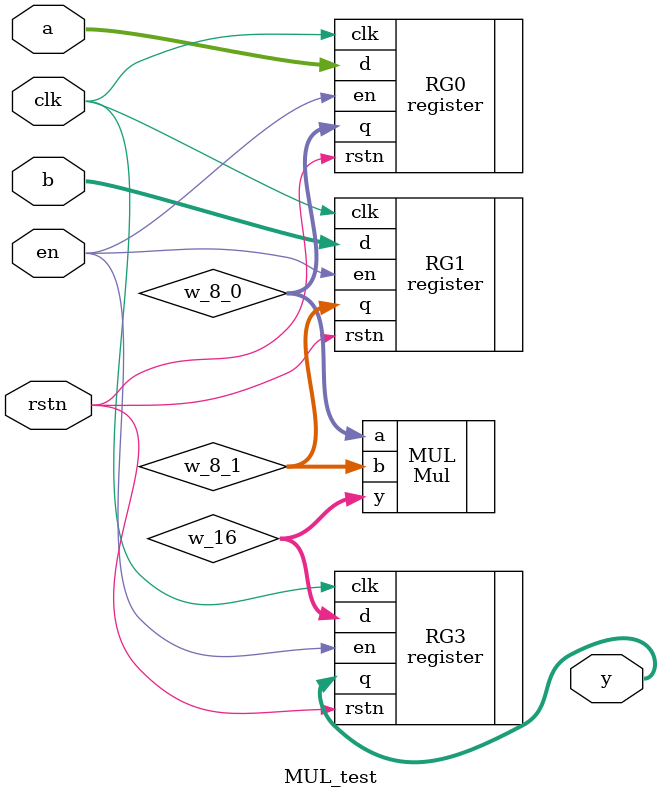
<source format=v>
`timescale 1ns / 1ps


module MUL_test(
    input [7:0] a, b,
    input rstn, clk, en,
    output [15:0] y
    );
    wire [7:0] w_8_0, w_8_1;
    wire [15:0] w_16;
    wire w_ci, w_co;
    register RG0(//输入乘法器a的寄存器
        .clk (clk),
        .en (en),
        .rstn (rstn),
        .d (a),
        .q (w_8_0)
    );
    register RG1(//输入乘法器b的寄存器
        .clk (clk),
        .en (en),
        .rstn (rstn),
        .d (b),
        .q(w_8_1)
    );
    register #(16) RG3(//输出乘法器结果y的寄存器
        .clk (clk),
        .en (en),
        .rstn (rstn),
        .d (w_16),
        .q (y)
    );
    Mul MUL(
        .a (w_8_0),
        .b (w_8_1),
        .y (w_16)
    );
endmodule
</source>
